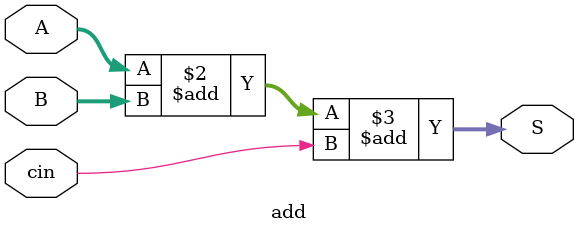
<source format=v>
module mult #(parameter DATA_WIDTH = 14, OUTPUT_WIDTH = 28) (
    input wire [DATA_WIDTH-1:0] multiplicand,
    input wire [DATA_WIDTH-1:0] multiplier,

    output reg [OUTPUT_WIDTH-1:0] result_reg
);

reg [DATA_WIDTH-1:0] Opcand, Oper;
reg [28-1:0] result;

always @(*) begin
    case ({multiplicand[DATA_WIDTH-1], multiplier[DATA_WIDTH-1]})
        2'b00: begin
            Opcand = multiplicand;
            Oper   = multiplier;
            result = Opcand * Oper;
        end 
        2'b01: begin
            Opcand = multiplicand;
            Oper   = (1'b0 - multiplier);
            result = (1'b0 - (Opcand * Oper));
        end
        2'b10: begin
            Opcand = (1'b0 - multiplicand);
            Oper   = multiplier;
            result = (1'b0 - (Opcand * Oper));
        end
        2'b11: begin
            Opcand = (1'b0 - multiplicand);
            Oper   = (1'b0 - multiplier);
            result = Opcand * Oper;
        end
        default: begin
            Opcand = multiplicand;
            Oper   = multiplier;
            result = Opcand * Oper;
        end
    endcase
end

always @(*) begin
    result_reg = result;
end
    
endmodule


module add (
    input wire cin,
    input wire [27:0] A, B,
    output reg [27:0] S
);

always @(*) begin
    S = A + B + cin;
end

endmodule

</source>
